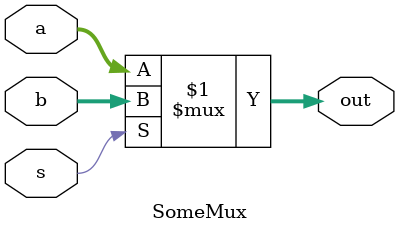
<source format=sv>
`timescale 1ns / 1ps

module SomeMux(
    input logic [3:0] a,
    input logic [3:0] b,
    input logic s,
    output logic [3:0] out);

    assign out = s ? b : a; 

endmodule

</source>
